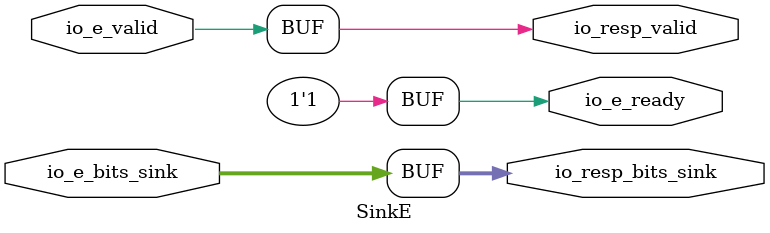
<source format=v>
module SinkE(
  output       io_e_ready,
  input        io_e_valid,
  input  [3:0] io_e_bits_sink,
  output       io_resp_valid,
  output [3:0] io_resp_bits_sink
);
  assign io_e_ready = 1'h1; // @[SinkE.scala 33:11]
  assign io_resp_valid = io_e_ready & io_e_valid; // @[Decoupled.scala 50:35]
  assign io_resp_bits_sink = io_e_bits_sink; // @[SinkE.scala 35:21]
endmodule

</source>
